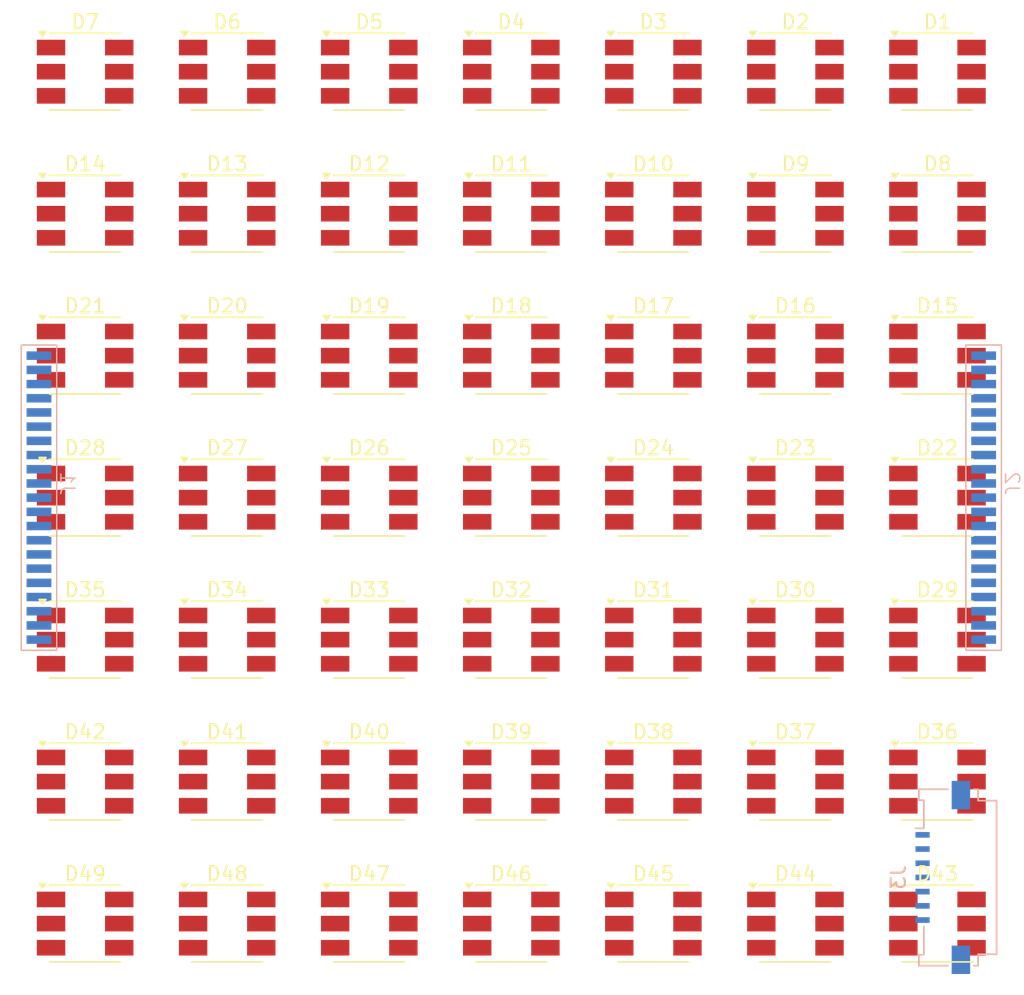
<source format=kicad_pcb>
(kicad_pcb (version 20240108) (generator "pcbnew") (generator_version "8.0")
  (layers (0 "F.Cu" signal) (31 "B.Cu" signal) (34 "B.Paste" user) (35 "F.Paste" user) (36 "B.SilkS" user "B.Silkscreen") (37 "F.SilkS" user "F.Silkscreen") (38 "B.Mask" user) (39 "F.Mask" user) (44 "Edge.Cuts" user))
  (net 0 "")
  (net 1 "Net-(D1-GA)")
  (net 2 "Net-(D1-BA)")
  (net 3 "Net-(D1-BK)")
  (net 4 "Net-(D1-RA)")
  (net 5 "Net-(D13-BK)")
  (net 6 "Net-(D12-BK)")
  (net 7 "Net-(D11-BK)")
  (net 8 "Net-(D10-BK)")
  (net 9 "Net-(D16-BK)")
  (net 10 "Net-(D15-BK)")
  (net 11 "Net-(D10-GA)")
  (net 12 "Net-(D10-BA)")
  (net 13 "Net-(D10-RA)")
  (net 14 "Net-(D15-GA)")
  (net 15 "Net-(D15-RA)")
  (net 16 "Net-(D15-BA)")
  (net 17 "Net-(D22-BA)")
  (net 18 "Net-(D22-GA)")
  (net 19 "Net-(D22-RA)")
  (net 20 "Net-(D29-RA)")
  (net 21 "Net-(D29-BA)")
  (net 22 "Net-(D29-GA)")
  (net 23 "Net-(D36-GA)")
  (net 24 "Net-(D36-BA)")
  (net 25 "Net-(D36-RA)")
  (net 26 "Net-(D43-RA)")
  (net 27 "Net-(D43-BA)")
  (net 28 "Net-(D43-GA)")
  (footprint "LED_SMD:LED_RGB_5050-6" (layer "F.Cu") (at 150 55)
    (property "Reference" "D3" (at 0 -3.5 180) (layer "F.SilkS"))
    (property "Value" "LED_RGB")
    (pad "1" smd rect (at -2.4 -1.7 90) (size 1.1 2) (layers "F.Cu" "F.Paste" "F.Mask") (net 6 "Net-(D12-BK)"))
    (pad "2" smd rect (at -2.4 0 90) (size 1.1 2) (layers "F.Cu" "F.Paste" "F.Mask") (net 6 "Net-(D12-BK)"))
    (pad "3" smd rect (at -2.4 1.7 90) (size 1.1 2) (layers "F.Cu" "F.Paste" "F.Mask") (net 6 "Net-(D12-BK)"))
    (pad "4" smd rect (at 2.4 1.7 90) (size 1.1 2) (layers "F.Cu" "F.Paste" "F.Mask") (net 2 "Net-(D1-BA)"))
    (pad "5" smd rect (at 2.4 0 90) (size 1.1 2) (layers "F.Cu" "F.Paste" "F.Mask") (net 1 "Net-(D1-GA)"))
    (pad "6" smd rect (at 2.4 -1.7 90) (size 1.1 2) (layers "F.Cu" "F.Paste" "F.Mask") (net 4 "Net-(D1-RA)"))
  )
  (footprint "LED_SMD:LED_RGB_5050-6" (layer "F.Cu") (at 120 105)
    (property "Reference" "D41" (at 0 -3.5 180) (layer "F.SilkS"))
    (property "Value" "LED_RGB")
    (pad "1" smd rect (at -2.4 -1.7 90) (size 1.1 2) (layers "F.Cu" "F.Paste" "F.Mask") (net 5 "Net-(D13-BK)"))
    (pad "2" smd rect (at -2.4 0 90) (size 1.1 2) (layers "F.Cu" "F.Paste" "F.Mask") (net 5 "Net-(D13-BK)"))
    (pad "3" smd rect (at -2.4 1.7 90) (size 1.1 2) (layers "F.Cu" "F.Paste" "F.Mask") (net 5 "Net-(D13-BK)"))
    (pad "4" smd rect (at 2.4 1.7 90) (size 1.1 2) (layers "F.Cu" "F.Paste" "F.Mask") (net 24 "Net-(D36-BA)"))
    (pad "5" smd rect (at 2.4 0 90) (size 1.1 2) (layers "F.Cu" "F.Paste" "F.Mask") (net 23 "Net-(D36-GA)"))
    (pad "6" smd rect (at 2.4 -1.7 90) (size 1.1 2) (layers "F.Cu" "F.Paste" "F.Mask") (net 25 "Net-(D36-RA)"))
  )
  (footprint "LED_SMD:LED_RGB_5050-6" (layer "F.Cu") (at 110 105)
    (property "Reference" "D42" (at 0 -3.5 180) (layer "F.SilkS"))
    (property "Value" "LED_RGB")
    (pad "1" smd rect (at -2.4 -1.7 90) (size 1.1 2) (layers "F.Cu" "F.Paste" "F.Mask") (net 3 "Net-(D1-BK)"))
    (pad "2" smd rect (at -2.4 0 90) (size 1.1 2) (layers "F.Cu" "F.Paste" "F.Mask") (net 3 "Net-(D1-BK)"))
    (pad "3" smd rect (at -2.4 1.7 90) (size 1.1 2) (layers "F.Cu" "F.Paste" "F.Mask") (net 3 "Net-(D1-BK)"))
    (pad "4" smd rect (at 2.4 1.7 90) (size 1.1 2) (layers "F.Cu" "F.Paste" "F.Mask") (net 24 "Net-(D36-BA)"))
    (pad "5" smd rect (at 2.4 0 90) (size 1.1 2) (layers "F.Cu" "F.Paste" "F.Mask") (net 23 "Net-(D36-GA)"))
    (pad "6" smd rect (at 2.4 -1.7 90) (size 1.1 2) (layers "F.Cu" "F.Paste" "F.Mask") (net 25 "Net-(D36-RA)"))
  )
  (footprint "LED_SMD:LED_RGB_5050-6" (layer "F.Cu") (at 160 65)
    (property "Reference" "D9" (at 0 -3.5 180) (layer "F.SilkS"))
    (property "Value" "LED_RGB")
    (pad "1" smd rect (at -2.4 -1.7 90) (size 1.1 2) (layers "F.Cu" "F.Paste" "F.Mask") (net 9 "Net-(D16-BK)"))
    (pad "2" smd rect (at -2.4 0 90) (size 1.1 2) (layers "F.Cu" "F.Paste" "F.Mask") (net 9 "Net-(D16-BK)"))
    (pad "3" smd rect (at -2.4 1.7 90) (size 1.1 2) (layers "F.Cu" "F.Paste" "F.Mask") (net 9 "Net-(D16-BK)"))
    (pad "4" smd rect (at 2.4 1.7 90) (size 1.1 2) (layers "F.Cu" "F.Paste" "F.Mask") (net 12 "Net-(D10-BA)"))
    (pad "5" smd rect (at 2.4 0 90) (size 1.1 2) (layers "F.Cu" "F.Paste" "F.Mask") (net 11 "Net-(D10-GA)"))
    (pad "6" smd rect (at 2.4 -1.7 90) (size 1.1 2) (layers "F.Cu" "F.Paste" "F.Mask") (net 13 "Net-(D10-RA)"))
  )
  (footprint "LED_SMD:LED_RGB_5050-6" (layer "F.Cu") (at 160 85)
    (property "Reference" "D23" (at 0 -3.5 180) (layer "F.SilkS"))
    (property "Value" "LED_RGB")
    (pad "1" smd rect (at -2.4 -1.7 90) (size 1.1 2) (layers "F.Cu" "F.Paste" "F.Mask") (net 9 "Net-(D16-BK)"))
    (pad "2" smd rect (at -2.4 0 90) (size 1.1 2) (layers "F.Cu" "F.Paste" "F.Mask") (net 9 "Net-(D16-BK)"))
    (pad "3" smd rect (at -2.4 1.7 90) (size 1.1 2) (layers "F.Cu" "F.Paste" "F.Mask") (net 9 "Net-(D16-BK)"))
    (pad "4" smd rect (at 2.4 1.7 90) (size 1.1 2) (layers "F.Cu" "F.Paste" "F.Mask") (net 17 "Net-(D22-BA)"))
    (pad "5" smd rect (at 2.4 0 90) (size 1.1 2) (layers "F.Cu" "F.Paste" "F.Mask") (net 18 "Net-(D22-GA)"))
    (pad "6" smd rect (at 2.4 -1.7 90) (size 1.1 2) (layers "F.Cu" "F.Paste" "F.Mask") (net 19 "Net-(D22-RA)"))
  )
  (footprint "LED_SMD:LED_RGB_5050-6" (layer "F.Cu") (at 140 105)
    (property "Reference" "D39" (at 0 -3.5 180) (layer "F.SilkS"))
    (property "Value" "LED_RGB")
    (pad "1" smd rect (at -2.4 -1.7 90) (size 1.1 2) (layers "F.Cu" "F.Paste" "F.Mask") (net 7 "Net-(D11-BK)"))
    (pad "2" smd rect (at -2.4 0 90) (size 1.1 2) (layers "F.Cu" "F.Paste" "F.Mask") (net 7 "Net-(D11-BK)"))
    (pad "3" smd rect (at -2.4 1.7 90) (size 1.1 2) (layers "F.Cu" "F.Paste" "F.Mask") (net 7 "Net-(D11-BK)"))
    (pad "4" smd rect (at 2.4 1.7 90) (size 1.1 2) (layers "F.Cu" "F.Paste" "F.Mask") (net 24 "Net-(D36-BA)"))
    (pad "5" smd rect (at 2.4 0 90) (size 1.1 2) (layers "F.Cu" "F.Paste" "F.Mask") (net 23 "Net-(D36-GA)"))
    (pad "6" smd rect (at 2.4 -1.7 90) (size 1.1 2) (layers "F.Cu" "F.Paste" "F.Mask") (net 25 "Net-(D36-RA)"))
  )
  (footprint "LED_SMD:LED_RGB_5050-6" (layer "F.Cu") (at 160 75)
    (property "Reference" "D16" (at 0 -3.5 180) (layer "F.SilkS"))
    (property "Value" "LED_RGB")
    (pad "1" smd rect (at -2.4 -1.7 90) (size 1.1 2) (layers "F.Cu" "F.Paste" "F.Mask") (net 9 "Net-(D16-BK)"))
    (pad "2" smd rect (at -2.4 0 90) (size 1.1 2) (layers "F.Cu" "F.Paste" "F.Mask") (net 9 "Net-(D16-BK)"))
    (pad "3" smd rect (at -2.4 1.7 90) (size 1.1 2) (layers "F.Cu" "F.Paste" "F.Mask") (net 9 "Net-(D16-BK)"))
    (pad "4" smd rect (at 2.4 1.7 90) (size 1.1 2) (layers "F.Cu" "F.Paste" "F.Mask") (net 16 "Net-(D15-BA)"))
    (pad "5" smd rect (at 2.4 0 90) (size 1.1 2) (layers "F.Cu" "F.Paste" "F.Mask") (net 14 "Net-(D15-GA)"))
    (pad "6" smd rect (at 2.4 -1.7 90) (size 1.1 2) (layers "F.Cu" "F.Paste" "F.Mask") (net 15 "Net-(D15-RA)"))
  )
  (footprint "LED_SMD:LED_RGB_5050-6" (layer "F.Cu") (at 170 55)
    (property "Reference" "D1" (at 0 -3.5 180) (layer "F.SilkS"))
    (property "Value" "LED_RGB")
    (pad "1" smd rect (at -2.4 -1.7 90) (size 1.1 2) (layers "F.Cu" "F.Paste" "F.Mask") (net 3 "Net-(D1-BK)"))
    (pad "2" smd rect (at -2.4 0 90) (size 1.1 2) (layers "F.Cu" "F.Paste" "F.Mask") (net 3 "Net-(D1-BK)"))
    (pad "3" smd rect (at -2.4 1.7 90) (size 1.1 2) (layers "F.Cu" "F.Paste" "F.Mask") (net 3 "Net-(D1-BK)"))
    (pad "4" smd rect (at 2.4 1.7 90) (size 1.1 2) (layers "F.Cu" "F.Paste" "F.Mask") (net 2 "Net-(D1-BA)"))
    (pad "5" smd rect (at 2.4 0 90) (size 1.1 2) (layers "F.Cu" "F.Paste" "F.Mask") (net 1 "Net-(D1-GA)"))
    (pad "6" smd rect (at 2.4 -1.7 90) (size 1.1 2) (layers "F.Cu" "F.Paste" "F.Mask") (net 4 "Net-(D1-RA)"))
  )
  (footprint "LED_SMD:LED_RGB_5050-6" (layer "F.Cu") (at 170 85)
    (property "Reference" "D22" (at 0 -3.5 180) (layer "F.SilkS"))
    (property "Value" "LED_RGB")
    (pad "1" smd rect (at -2.4 -1.7 90) (size 1.1 2) (layers "F.Cu" "F.Paste" "F.Mask") (net 10 "Net-(D15-BK)"))
    (pad "2" smd rect (at -2.4 0 90) (size 1.1 2) (layers "F.Cu" "F.Paste" "F.Mask") (net 10 "Net-(D15-BK)"))
    (pad "3" smd rect (at -2.4 1.7 90) (size 1.1 2) (layers "F.Cu" "F.Paste" "F.Mask") (net 10 "Net-(D15-BK)"))
    (pad "4" smd rect (at 2.4 1.7 90) (size 1.1 2) (layers "F.Cu" "F.Paste" "F.Mask") (net 17 "Net-(D22-BA)"))
    (pad "5" smd rect (at 2.4 0 90) (size 1.1 2) (layers "F.Cu" "F.Paste" "F.Mask") (net 18 "Net-(D22-GA)"))
    (pad "6" smd rect (at 2.4 -1.7 90) (size 1.1 2) (layers "F.Cu" "F.Paste" "F.Mask") (net 19 "Net-(D22-RA)"))
  )
  (footprint "LED_SMD:LED_RGB_5050-6" (layer "F.Cu") (at 140 95)
    (property "Reference" "D32" (at 0 -3.5 180) (layer "F.SilkS"))
    (property "Value" "LED_RGB")
    (pad "1" smd rect (at -2.4 -1.7 90) (size 1.1 2) (layers "F.Cu" "F.Paste" "F.Mask") (net 7 "Net-(D11-BK)"))
    (pad "2" smd rect (at -2.4 0 90) (size 1.1 2) (layers "F.Cu" "F.Paste" "F.Mask") (net 7 "Net-(D11-BK)"))
    (pad "3" smd rect (at -2.4 1.7 90) (size 1.1 2) (layers "F.Cu" "F.Paste" "F.Mask") (net 7 "Net-(D11-BK)"))
    (pad "4" smd rect (at 2.4 1.7 90) (size 1.1 2) (layers "F.Cu" "F.Paste" "F.Mask") (net 21 "Net-(D29-BA)"))
    (pad "5" smd rect (at 2.4 0 90) (size 1.1 2) (layers "F.Cu" "F.Paste" "F.Mask") (net 22 "Net-(D29-GA)"))
    (pad "6" smd rect (at 2.4 -1.7 90) (size 1.1 2) (layers "F.Cu" "F.Paste" "F.Mask") (net 20 "Net-(D29-RA)"))
  )
  (footprint "LED_SMD:LED_RGB_5050-6" (layer "F.Cu") (at 110 55)
    (property "Reference" "D7" (at 0 -3.5 180) (layer "F.SilkS"))
    (property "Value" "LED_RGB")
    (pad "1" smd rect (at -2.4 -1.7 90) (size 1.1 2) (layers "F.Cu" "F.Paste" "F.Mask") (net 10 "Net-(D15-BK)"))
    (pad "2" smd rect (at -2.4 0 90) (size 1.1 2) (layers "F.Cu" "F.Paste" "F.Mask") (net 10 "Net-(D15-BK)"))
    (pad "3" smd rect (at -2.4 1.7 90) (size 1.1 2) (layers "F.Cu" "F.Paste" "F.Mask") (net 10 "Net-(D15-BK)"))
    (pad "4" smd rect (at 2.4 1.7 90) (size 1.1 2) (layers "F.Cu" "F.Paste" "F.Mask") (net 2 "Net-(D1-BA)"))
    (pad "5" smd rect (at 2.4 0 90) (size 1.1 2) (layers "F.Cu" "F.Paste" "F.Mask") (net 1 "Net-(D1-GA)"))
    (pad "6" smd rect (at 2.4 -1.7 90) (size 1.1 2) (layers "F.Cu" "F.Paste" "F.Mask") (net 4 "Net-(D1-RA)"))
  )
  (footprint "LED_SMD:LED_RGB_5050-6" (layer "F.Cu") (at 120 65)
    (property "Reference" "D13" (at 0 -3.5 180) (layer "F.SilkS"))
    (property "Value" "LED_RGB")
    (pad "1" smd rect (at -2.4 -1.7 90) (size 1.1 2) (layers "F.Cu" "F.Paste" "F.Mask") (net 5 "Net-(D13-BK)"))
    (pad "2" smd rect (at -2.4 0 90) (size 1.1 2) (layers "F.Cu" "F.Paste" "F.Mask") (net 5 "Net-(D13-BK)"))
    (pad "3" smd rect (at -2.4 1.7 90) (size 1.1 2) (layers "F.Cu" "F.Paste" "F.Mask") (net 5 "Net-(D13-BK)"))
    (pad "4" smd rect (at 2.4 1.7 90) (size 1.1 2) (layers "F.Cu" "F.Paste" "F.Mask") (net 12 "Net-(D10-BA)"))
    (pad "5" smd rect (at 2.4 0 90) (size 1.1 2) (layers "F.Cu" "F.Paste" "F.Mask") (net 11 "Net-(D10-GA)"))
    (pad "6" smd rect (at 2.4 -1.7 90) (size 1.1 2) (layers "F.Cu" "F.Paste" "F.Mask") (net 13 "Net-(D10-RA)"))
  )
  (footprint "LED_SMD:LED_RGB_5050-6" (layer "F.Cu") (at 170 75)
    (property "Reference" "D15" (at 0 -3.5 180) (layer "F.SilkS"))
    (property "Value" "LED_RGB")
    (pad "1" smd rect (at -2.4 -1.7 90) (size 1.1 2) (layers "F.Cu" "F.Paste" "F.Mask") (net 10 "Net-(D15-BK)"))
    (pad "2" smd rect (at -2.4 0 90) (size 1.1 2) (layers "F.Cu" "F.Paste" "F.Mask") (net 10 "Net-(D15-BK)"))
    (pad "3" smd rect (at -2.4 1.7 90) (size 1.1 2) (layers "F.Cu" "F.Paste" "F.Mask") (net 10 "Net-(D15-BK)"))
    (pad "4" smd rect (at 2.4 1.7 90) (size 1.1 2) (layers "F.Cu" "F.Paste" "F.Mask") (net 16 "Net-(D15-BA)"))
    (pad "5" smd rect (at 2.4 0 90) (size 1.1 2) (layers "F.Cu" "F.Paste" "F.Mask") (net 14 "Net-(D15-GA)"))
    (pad "6" smd rect (at 2.4 -1.7 90) (size 1.1 2) (layers "F.Cu" "F.Paste" "F.Mask") (net 15 "Net-(D15-RA)"))
  )
  (footprint "LED_SMD:LED_RGB_5050-6" (layer "F.Cu") (at 140 65)
    (property "Reference" "D11" (at 0 -3.5 180) (layer "F.SilkS"))
    (property "Value" "LED_RGB")
    (pad "1" smd rect (at -2.4 -1.7 90) (size 1.1 2) (layers "F.Cu" "F.Paste" "F.Mask") (net 7 "Net-(D11-BK)"))
    (pad "2" smd rect (at -2.4 0 90) (size 1.1 2) (layers "F.Cu" "F.Paste" "F.Mask") (net 7 "Net-(D11-BK)"))
    (pad "3" smd rect (at -2.4 1.7 90) (size 1.1 2) (layers "F.Cu" "F.Paste" "F.Mask") (net 7 "Net-(D11-BK)"))
    (pad "4" smd rect (at 2.4 1.7 90) (size 1.1 2) (layers "F.Cu" "F.Paste" "F.Mask") (net 12 "Net-(D10-BA)"))
    (pad "5" smd rect (at 2.4 0 90) (size 1.1 2) (layers "F.Cu" "F.Paste" "F.Mask") (net 11 "Net-(D10-GA)"))
    (pad "6" smd rect (at 2.4 -1.7 90) (size 1.1 2) (layers "F.Cu" "F.Paste" "F.Mask") (net 13 "Net-(D10-RA)"))
  )
  (footprint "LED_SMD:LED_RGB_5050-6" (layer "F.Cu") (at 150 115)
    (property "Reference" "D45" (at 0 -3.5 180) (layer "F.SilkS"))
    (property "Value" "LED_RGB")
    (pad "1" smd rect (at -2.4 -1.7 90) (size 1.1 2) (layers "F.Cu" "F.Paste" "F.Mask") (net 8 "Net-(D10-BK)"))
    (pad "2" smd rect (at -2.4 0 90) (size 1.1 2) (layers "F.Cu" "F.Paste" "F.Mask") (net 8 "Net-(D10-BK)"))
    (pad "3" smd rect (at -2.4 1.7 90) (size 1.1 2) (layers "F.Cu" "F.Paste" "F.Mask") (net 8 "Net-(D10-BK)"))
    (pad "4" smd rect (at 2.4 1.7 90) (size 1.1 2) (layers "F.Cu" "F.Paste" "F.Mask") (net 27 "Net-(D43-BA)"))
    (pad "5" smd rect (at 2.4 0 90) (size 1.1 2) (layers "F.Cu" "F.Paste" "F.Mask") (net 28 "Net-(D43-GA)"))
    (pad "6" smd rect (at 2.4 -1.7 90) (size 1.1 2) (layers "F.Cu" "F.Paste" "F.Mask") (net 26 "Net-(D43-RA)"))
  )
  (footprint "LED_SMD:LED_RGB_5050-6" (layer "F.Cu") (at 130 105)
    (property "Reference" "D40" (at 0 -3.5 180) (layer "F.SilkS"))
    (property "Value" "LED_RGB")
    (pad "1" smd rect (at -2.4 -1.7 90) (size 1.1 2) (layers "F.Cu" "F.Paste" "F.Mask") (net 6 "Net-(D12-BK)"))
    (pad "2" smd rect (at -2.4 0 90) (size 1.1 2) (layers "F.Cu" "F.Paste" "F.Mask") (net 6 "Net-(D12-BK)"))
    (pad "3" smd rect (at -2.4 1.7 90) (size 1.1 2) (layers "F.Cu" "F.Paste" "F.Mask") (net 6 "Net-(D12-BK)"))
    (pad "4" smd rect (at 2.4 1.7 90) (size 1.1 2) (layers "F.Cu" "F.Paste" "F.Mask") (net 24 "Net-(D36-BA)"))
    (pad "5" smd rect (at 2.4 0 90) (size 1.1 2) (layers "F.Cu" "F.Paste" "F.Mask") (net 23 "Net-(D36-GA)"))
    (pad "6" smd rect (at 2.4 -1.7 90) (size 1.1 2) (layers "F.Cu" "F.Paste" "F.Mask") (net 25 "Net-(D36-RA)"))
  )
  (footprint "LED_SMD:LED_RGB_5050-6" (layer "F.Cu") (at 160 55)
    (property "Reference" "D2" (at 0 -3.5 180) (layer "F.SilkS"))
    (property "Value" "LED_RGB")
    (pad "1" smd rect (at -2.4 -1.7 90) (size 1.1 2) (layers "F.Cu" "F.Paste" "F.Mask") (net 5 "Net-(D13-BK)"))
    (pad "2" smd rect (at -2.4 0 90) (size 1.1 2) (layers "F.Cu" "F.Paste" "F.Mask") (net 5 "Net-(D13-BK)"))
    (pad "3" smd rect (at -2.4 1.7 90) (size 1.1 2) (layers "F.Cu" "F.Paste" "F.Mask") (net 5 "Net-(D13-BK)"))
    (pad "4" smd rect (at 2.4 1.7 90) (size 1.1 2) (layers "F.Cu" "F.Paste" "F.Mask") (net 2 "Net-(D1-BA)"))
    (pad "5" smd rect (at 2.4 0 90) (size 1.1 2) (layers "F.Cu" "F.Paste" "F.Mask") (net 1 "Net-(D1-GA)"))
    (pad "6" smd rect (at 2.4 -1.7 90) (size 1.1 2) (layers "F.Cu" "F.Paste" "F.Mask") (net 4 "Net-(D1-RA)"))
  )
  (footprint "LED_SMD:LED_RGB_5050-6" (layer "F.Cu") (at 140 115)
    (property "Reference" "D46" (at 0 -3.5 180) (layer "F.SilkS"))
    (property "Value" "LED_RGB")
    (pad "1" smd rect (at -2.4 -1.7 90) (size 1.1 2) (layers "F.Cu" "F.Paste" "F.Mask") (net 7 "Net-(D11-BK)"))
    (pad "2" smd rect (at -2.4 0 90) (size 1.1 2) (layers "F.Cu" "F.Paste" "F.Mask") (net 7 "Net-(D11-BK)"))
    (pad "3" smd rect (at -2.4 1.7 90) (size 1.1 2) (layers "F.Cu" "F.Paste" "F.Mask") (net 7 "Net-(D11-BK)"))
    (pad "4" smd rect (at 2.4 1.7 90) (size 1.1 2) (layers "F.Cu" "F.Paste" "F.Mask") (net 27 "Net-(D43-BA)"))
    (pad "5" smd rect (at 2.4 0 90) (size 1.1 2) (layers "F.Cu" "F.Paste" "F.Mask") (net 28 "Net-(D43-GA)"))
    (pad "6" smd rect (at 2.4 -1.7 90) (size 1.1 2) (layers "F.Cu" "F.Paste" "F.Mask") (net 26 "Net-(D43-RA)"))
  )
  (footprint "LED_SMD:LED_RGB_5050-6" (layer "F.Cu") (at 120 85)
    (property "Reference" "D27" (at 0 -3.5 180) (layer "F.SilkS"))
    (property "Value" "LED_RGB")
    (pad "1" smd rect (at -2.4 -1.7 90) (size 1.1 2) (layers "F.Cu" "F.Paste" "F.Mask") (net 5 "Net-(D13-BK)"))
    (pad "2" smd rect (at -2.4 0 90) (size 1.1 2) (layers "F.Cu" "F.Paste" "F.Mask") (net 5 "Net-(D13-BK)"))
    (pad "3" smd rect (at -2.4 1.7 90) (size 1.1 2) (layers "F.Cu" "F.Paste" "F.Mask") (net 5 "Net-(D13-BK)"))
    (pad "4" smd rect (at 2.4 1.7 90) (size 1.1 2) (layers "F.Cu" "F.Paste" "F.Mask") (net 17 "Net-(D22-BA)"))
    (pad "5" smd rect (at 2.4 0 90) (size 1.1 2) (layers "F.Cu" "F.Paste" "F.Mask") (net 18 "Net-(D22-GA)"))
    (pad "6" smd rect (at 2.4 -1.7 90) (size 1.1 2) (layers "F.Cu" "F.Paste" "F.Mask") (net 19 "Net-(D22-RA)"))
  )
  (footprint "LED_SMD:LED_RGB_5050-6" (layer "F.Cu") (at 150 85)
    (property "Reference" "D24" (at 0 -3.5 180) (layer "F.SilkS"))
    (property "Value" "LED_RGB")
    (pad "1" smd rect (at -2.4 -1.7 90) (size 1.1 2) (layers "F.Cu" "F.Paste" "F.Mask") (net 8 "Net-(D10-BK)"))
    (pad "2" smd rect (at -2.4 0 90) (size 1.1 2) (layers "F.Cu" "F.Paste" "F.Mask") (net 8 "Net-(D10-BK)"))
    (pad "3" smd rect (at -2.4 1.7 90) (size 1.1 2) (layers "F.Cu" "F.Paste" "F.Mask") (net 8 "Net-(D10-BK)"))
    (pad "4" smd rect (at 2.4 1.7 90) (size 1.1 2) (layers "F.Cu" "F.Paste" "F.Mask") (net 17 "Net-(D22-BA)"))
    (pad "5" smd rect (at 2.4 0 90) (size 1.1 2) (layers "F.Cu" "F.Paste" "F.Mask") (net 18 "Net-(D22-GA)"))
    (pad "6" smd rect (at 2.4 -1.7 90) (size 1.1 2) (layers "F.Cu" "F.Paste" "F.Mask") (net 19 "Net-(D22-RA)"))
  )
  (footprint "LED_SMD:LED_RGB_5050-6" (layer "F.Cu") (at 110 115)
    (property "Reference" "D49" (at 0 -3.5 180) (layer "F.SilkS"))
    (property "Value" "LED_RGB")
    (pad "1" smd rect (at -2.4 -1.7 90) (size 1.1 2) (layers "F.Cu" "F.Paste" "F.Mask") (net 3 "Net-(D1-BK)"))
    (pad "2" smd rect (at -2.4 0 90) (size 1.1 2) (layers "F.Cu" "F.Paste" "F.Mask") (net 3 "Net-(D1-BK)"))
    (pad "3" smd rect (at -2.4 1.7 90) (size 1.1 2) (layers "F.Cu" "F.Paste" "F.Mask") (net 3 "Net-(D1-BK)"))
    (pad "4" smd rect (at 2.4 1.7 90) (size 1.1 2) (layers "F.Cu" "F.Paste" "F.Mask") (net 27 "Net-(D43-BA)"))
    (pad "5" smd rect (at 2.4 0 90) (size 1.1 2) (layers "F.Cu" "F.Paste" "F.Mask") (net 28 "Net-(D43-GA)"))
    (pad "6" smd rect (at 2.4 -1.7 90) (size 1.1 2) (layers "F.Cu" "F.Paste" "F.Mask") (net 26 "Net-(D43-RA)"))
  )
  (footprint "LED_SMD:LED_RGB_5050-6" (layer "F.Cu") (at 130 95)
    (property "Reference" "D33" (at 0 -3.5 180) (layer "F.SilkS"))
    (property "Value" "LED_RGB")
    (pad "1" smd rect (at -2.4 -1.7 90) (size 1.1 2) (layers "F.Cu" "F.Paste" "F.Mask") (net 6 "Net-(D12-BK)"))
    (pad "2" smd rect (at -2.4 0 90) (size 1.1 2) (layers "F.Cu" "F.Paste" "F.Mask") (net 6 "Net-(D12-BK)"))
    (pad "3" smd rect (at -2.4 1.7 90) (size 1.1 2) (layers "F.Cu" "F.Paste" "F.Mask") (net 6 "Net-(D12-BK)"))
    (pad "4" smd rect (at 2.4 1.7 90) (size 1.1 2) (layers "F.Cu" "F.Paste" "F.Mask") (net 21 "Net-(D29-BA)"))
    (pad "5" smd rect (at 2.4 0 90) (size 1.1 2) (layers "F.Cu" "F.Paste" "F.Mask") (net 22 "Net-(D29-GA)"))
    (pad "6" smd rect (at 2.4 -1.7 90) (size 1.1 2) (layers "F.Cu" "F.Paste" "F.Mask") (net 20 "Net-(D29-RA)"))
  )
  (footprint "LED_SMD:LED_RGB_5050-6" (layer "F.Cu") (at 110 95)
    (property "Reference" "D35" (at 0 -3.5 180) (layer "F.SilkS"))
    (property "Value" "LED_RGB")
    (pad "1" smd rect (at -2.4 -1.7 90) (size 1.1 2) (layers "F.Cu" "F.Paste" "F.Mask") (net 3 "Net-(D1-BK)"))
    (pad "2" smd rect (at -2.4 0 90) (size 1.1 2) (layers "F.Cu" "F.Paste" "F.Mask") (net 3 "Net-(D1-BK)"))
    (pad "3" smd rect (at -2.4 1.7 90) (size 1.1 2) (layers "F.Cu" "F.Paste" "F.Mask") (net 3 "Net-(D1-BK)"))
    (pad "4" smd rect (at 2.4 1.7 90) (size 1.1 2) (layers "F.Cu" "F.Paste" "F.Mask") (net 21 "Net-(D29-BA)"))
    (pad "5" smd rect (at 2.4 0 90) (size 1.1 2) (layers "F.Cu" "F.Paste" "F.Mask") (net 22 "Net-(D29-GA)"))
    (pad "6" smd rect (at 2.4 -1.7 90) (size 1.1 2) (layers "F.Cu" "F.Paste" "F.Mask") (net 20 "Net-(D29-RA)"))
  )
  (footprint "LED_SMD:LED_RGB_5050-6" (layer "F.Cu") (at 140 75)
    (property "Reference" "D18" (at 0 -3.5 180) (layer "F.SilkS"))
    (property "Value" "LED_RGB")
    (pad "1" smd rect (at -2.4 -1.7 90) (size 1.1 2) (layers "F.Cu" "F.Paste" "F.Mask") (net 7 "Net-(D11-BK)"))
    (pad "2" smd rect (at -2.4 0 90) (size 1.1 2) (layers "F.Cu" "F.Paste" "F.Mask") (net 7 "Net-(D11-BK)"))
    (pad "3" smd rect (at -2.4 1.7 90) (size 1.1 2) (layers "F.Cu" "F.Paste" "F.Mask") (net 7 "Net-(D11-BK)"))
    (pad "4" smd rect (at 2.4 1.7 90) (size 1.1 2) (layers "F.Cu" "F.Paste" "F.Mask") (net 16 "Net-(D15-BA)"))
    (pad "5" smd rect (at 2.4 0 90) (size 1.1 2) (layers "F.Cu" "F.Paste" "F.Mask") (net 14 "Net-(D15-GA)"))
    (pad "6" smd rect (at 2.4 -1.7 90) (size 1.1 2) (layers "F.Cu" "F.Paste" "F.Mask") (net 15 "Net-(D15-RA)"))
  )
  (footprint "LED_SMD:LED_RGB_5050-6" (layer "F.Cu") (at 160 115)
    (property "Reference" "D44" (at 0 -3.5 180) (layer "F.SilkS"))
    (property "Value" "LED_RGB")
    (pad "1" smd rect (at -2.4 -1.7 90) (size 1.1 2) (layers "F.Cu" "F.Paste" "F.Mask") (net 9 "Net-(D16-BK)"))
    (pad "2" smd rect (at -2.4 0 90) (size 1.1 2) (layers "F.Cu" "F.Paste" "F.Mask") (net 9 "Net-(D16-BK)"))
    (pad "3" smd rect (at -2.4 1.7 90) (size 1.1 2) (layers "F.Cu" "F.Paste" "F.Mask") (net 9 "Net-(D16-BK)"))
    (pad "4" smd rect (at 2.4 1.7 90) (size 1.1 2) (layers "F.Cu" "F.Paste" "F.Mask") (net 27 "Net-(D43-BA)"))
    (pad "5" smd rect (at 2.4 0 90) (size 1.1 2) (layers "F.Cu" "F.Paste" "F.Mask") (net 28 "Net-(D43-GA)"))
    (pad "6" smd rect (at 2.4 -1.7 90) (size 1.1 2) (layers "F.Cu" "F.Paste" "F.Mask") (net 26 "Net-(D43-RA)"))
  )
  (footprint "LED_SMD:LED_RGB_5050-6" (layer "F.Cu") (at 150 65)
    (property "Reference" "D10" (at 0 -3.5 180) (layer "F.SilkS"))
    (property "Value" "LED_RGB")
    (pad "1" smd rect (at -2.4 -1.7 90) (size 1.1 2) (layers "F.Cu" "F.Paste" "F.Mask") (net 8 "Net-(D10-BK)"))
    (pad "2" smd rect (at -2.4 0 90) (size 1.1 2) (layers "F.Cu" "F.Paste" "F.Mask") (net 8 "Net-(D10-BK)"))
    (pad "3" smd rect (at -2.4 1.7 90) (size 1.1 2) (layers "F.Cu" "F.Paste" "F.Mask") (net 8 "Net-(D10-BK)"))
    (pad "4" smd rect (at 2.4 1.7 90) (size 1.1 2) (layers "F.Cu" "F.Paste" "F.Mask") (net 12 "Net-(D10-BA)"))
    (pad "5" smd rect (at 2.4 0 90) (size 1.1 2) (layers "F.Cu" "F.Paste" "F.Mask") (net 11 "Net-(D10-GA)"))
    (pad "6" smd rect (at 2.4 -1.7 90) (size 1.1 2) (layers "F.Cu" "F.Paste" "F.Mask") (net 13 "Net-(D10-RA)"))
  )
  (footprint "LED_SMD:LED_RGB_5050-6" (layer "F.Cu") (at 120 75)
    (property "Reference" "D20" (at 0 -3.5 180) (layer "F.SilkS"))
    (property "Value" "LED_RGB")
    (pad "1" smd rect (at -2.4 -1.7 90) (size 1.1 2) (layers "F.Cu" "F.Paste" "F.Mask") (net 5 "Net-(D13-BK)"))
    (pad "2" smd rect (at -2.4 0 90) (size 1.1 2) (layers "F.Cu" "F.Paste" "F.Mask") (net 5 "Net-(D13-BK)"))
    (pad "3" smd rect (at -2.4 1.7 90) (size 1.1 2) (layers "F.Cu" "F.Paste" "F.Mask") (net 5 "Net-(D13-BK)"))
    (pad "4" smd rect (at 2.4 1.7 90) (size 1.1 2) (layers "F.Cu" "F.Paste" "F.Mask") (net 16 "Net-(D15-BA)"))
    (pad "5" smd rect (at 2.4 0 90) (size 1.1 2) (layers "F.Cu" "F.Paste" "F.Mask") (net 14 "Net-(D15-GA)"))
    (pad "6" smd rect (at 2.4 -1.7 90) (size 1.1 2) (layers "F.Cu" "F.Paste" "F.Mask") (net 15 "Net-(D15-RA)"))
  )
  (footprint "LED_SMD:LED_RGB_5050-6" (layer "F.Cu") (at 150 95)
    (property "Reference" "D31" (at 0 -3.5 180) (layer "F.SilkS"))
    (property "Value" "LED_RGB")
    (pad "1" smd rect (at -2.4 -1.7 90) (size 1.1 2) (layers "F.Cu" "F.Paste" "F.Mask") (net 8 "Net-(D10-BK)"))
    (pad "2" smd rect (at -2.4 0 90) (size 1.1 2) (layers "F.Cu" "F.Paste" "F.Mask") (net 8 "Net-(D10-BK)"))
    (pad "3" smd rect (at -2.4 1.7 90) (size 1.1 2) (layers "F.Cu" "F.Paste" "F.Mask") (net 8 "Net-(D10-BK)"))
    (pad "4" smd rect (at 2.4 1.7 90) (size 1.1 2) (layers "F.Cu" "F.Paste" "F.Mask") (net 21 "Net-(D29-BA)"))
    (pad "5" smd rect (at 2.4 0 90) (size 1.1 2) (layers "F.Cu" "F.Paste" "F.Mask") (net 22 "Net-(D29-GA)"))
    (pad "6" smd rect (at 2.4 -1.7 90) (size 1.1 2) (layers "F.Cu" "F.Paste" "F.Mask") (net 20 "Net-(D29-RA)"))
  )
  (footprint "LED_SMD:LED_RGB_5050-6" (layer "F.Cu") (at 130 85)
    (property "Reference" "D26" (at 0 -3.5 180) (layer "F.SilkS"))
    (property "Value" "LED_RGB")
    (pad "1" smd rect (at -2.4 -1.7 90) (size 1.1 2) (layers "F.Cu" "F.Paste" "F.Mask") (net 6 "Net-(D12-BK)"))
    (pad "2" smd rect (at -2.4 0 90) (size 1.1 2) (layers "F.Cu" "F.Paste" "F.Mask") (net 6 "Net-(D12-BK)"))
    (pad "3" smd rect (at -2.4 1.7 90) (size 1.1 2) (layers "F.Cu" "F.Paste" "F.Mask") (net 6 "Net-(D12-BK)"))
    (pad "4" smd rect (at 2.4 1.7 90) (size 1.1 2) (layers "F.Cu" "F.Paste" "F.Mask") (net 17 "Net-(D22-BA)"))
    (pad "5" smd rect (at 2.4 0 90) (size 1.1 2) (layers "F.Cu" "F.Paste" "F.Mask") (net 18 "Net-(D22-GA)"))
    (pad "6" smd rect (at 2.4 -1.7 90) (size 1.1 2) (layers "F.Cu" "F.Paste" "F.Mask") (net 19 "Net-(D22-RA)"))
  )
  (footprint "LED_SMD:LED_RGB_5050-6" (layer "F.Cu") (at 160 95)
    (property "Reference" "D30" (at 0 -3.5 180) (layer "F.SilkS"))
    (property "Value" "LED_RGB")
    (pad "1" smd rect (at -2.4 -1.7 90) (size 1.1 2) (layers "F.Cu" "F.Paste" "F.Mask") (net 9 "Net-(D16-BK)"))
    (pad "2" smd rect (at -2.4 0 90) (size 1.1 2) (layers "F.Cu" "F.Paste" "F.Mask") (net 9 "Net-(D16-BK)"))
    (pad "3" smd rect (at -2.4 1.7 90) (size 1.1 2) (layers "F.Cu" "F.Paste" "F.Mask") (net 9 "Net-(D16-BK)"))
    (pad "4" smd rect (at 2.4 1.7 90) (size 1.1 2) (layers "F.Cu" "F.Paste" "F.Mask") (net 21 "Net-(D29-BA)"))
    (pad "5" smd rect (at 2.4 0 90) (size 1.1 2) (layers "F.Cu" "F.Paste" "F.Mask") (net 22 "Net-(D29-GA)"))
    (pad "6" smd rect (at 2.4 -1.7 90) (size 1.1 2) (layers "F.Cu" "F.Paste" "F.Mask") (net 20 "Net-(D29-RA)"))
  )
  (footprint "LED_SMD:LED_RGB_5050-6" (layer "F.Cu") (at 130 55)
    (property "Reference" "D5" (at 0 -3.5 180) (layer "F.SilkS"))
    (property "Value" "LED_RGB")
    (pad "1" smd rect (at -2.4 -1.7 90) (size 1.1 2) (layers "F.Cu" "F.Paste" "F.Mask") (net 8 "Net-(D10-BK)"))
    (pad "2" smd rect (at -2.4 0 90) (size 1.1 2) (layers "F.Cu" "F.Paste" "F.Mask") (net 8 "Net-(D10-BK)"))
    (pad "3" smd rect (at -2.4 1.7 90) (size 1.1 2) (layers "F.Cu" "F.Paste" "F.Mask") (net 8 "Net-(D10-BK)"))
    (pad "4" smd rect (at 2.4 1.7 90) (size 1.1 2) (layers "F.Cu" "F.Paste" "F.Mask") (net 2 "Net-(D1-BA)"))
    (pad "5" smd rect (at 2.4 0 90) (size 1.1 2) (layers "F.Cu" "F.Paste" "F.Mask") (net 1 "Net-(D1-GA)"))
    (pad "6" smd rect (at 2.4 -1.7 90) (size 1.1 2) (layers "F.Cu" "F.Paste" "F.Mask") (net 4 "Net-(D1-RA)"))
  )
  (footprint "LED_SMD:LED_RGB_5050-6" (layer "F.Cu") (at 120 115)
    (property "Reference" "D48" (at 0 -3.5 180) (layer "F.SilkS"))
    (property "Value" "LED_RGB")
    (pad "1" smd rect (at -2.4 -1.7 90) (size 1.1 2) (layers "F.Cu" "F.Paste" "F.Mask") (net 5 "Net-(D13-BK)"))
    (pad "2" smd rect (at -2.4 0 90) (size 1.1 2) (layers "F.Cu" "F.Paste" "F.Mask") (net 5 "Net-(D13-BK)"))
    (pad "3" smd rect (at -2.4 1.7 90) (size 1.1 2) (layers "F.Cu" "F.Paste" "F.Mask") (net 5 "Net-(D13-BK)"))
    (pad "4" smd rect (at 2.4 1.7 90) (size 1.1 2) (layers "F.Cu" "F.Paste" "F.Mask") (net 27 "Net-(D43-BA)"))
    (pad "5" smd rect (at 2.4 0 90) (size 1.1 2) (layers "F.Cu" "F.Paste" "F.Mask") (net 28 "Net-(D43-GA)"))
    (pad "6" smd rect (at 2.4 -1.7 90) (size 1.1 2) (layers "F.Cu" "F.Paste" "F.Mask") (net 26 "Net-(D43-RA)"))
  )
  (footprint "LED_SMD:LED_RGB_5050-6" (layer "F.Cu") (at 130 75)
    (property "Reference" "D19" (at 0 -3.5 180) (layer "F.SilkS"))
    (property "Value" "LED_RGB")
    (pad "1" smd rect (at -2.4 -1.7 90) (size 1.1 2) (layers "F.Cu" "F.Paste" "F.Mask") (net 6 "Net-(D12-BK)"))
    (pad "2" smd rect (at -2.4 0 90) (size 1.1 2) (layers "F.Cu" "F.Paste" "F.Mask") (net 6 "Net-(D12-BK)"))
    (pad "3" smd rect (at -2.4 1.7 90) (size 1.1 2) (layers "F.Cu" "F.Paste" "F.Mask") (net 6 "Net-(D12-BK)"))
    (pad "4" smd rect (at 2.4 1.7 90) (size 1.1 2) (layers "F.Cu" "F.Paste" "F.Mask") (net 16 "Net-(D15-BA)"))
    (pad "5" smd rect (at 2.4 0 90) (size 1.1 2) (layers "F.Cu" "F.Paste" "F.Mask") (net 14 "Net-(D15-GA)"))
    (pad "6" smd rect (at 2.4 -1.7 90) (size 1.1 2) (layers "F.Cu" "F.Paste" "F.Mask") (net 15 "Net-(D15-RA)"))
  )
  (footprint "LED_SMD:LED_RGB_5050-6" (layer "F.Cu") (at 170 105)
    (property "Reference" "D36" (at 0 -3.5 180) (layer "F.SilkS"))
    (property "Value" "LED_RGB")
    (pad "1" smd rect (at -2.4 -1.7 90) (size 1.1 2) (layers "F.Cu" "F.Paste" "F.Mask") (net 10 "Net-(D15-BK)"))
    (pad "2" smd rect (at -2.4 0 90) (size 1.1 2) (layers "F.Cu" "F.Paste" "F.Mask") (net 10 "Net-(D15-BK)"))
    (pad "3" smd rect (at -2.4 1.7 90) (size 1.1 2) (layers "F.Cu" "F.Paste" "F.Mask") (net 10 "Net-(D15-BK)"))
    (pad "4" smd rect (at 2.4 1.7 90) (size 1.1 2) (layers "F.Cu" "F.Paste" "F.Mask") (net 24 "Net-(D36-BA)"))
    (pad "5" smd rect (at 2.4 0 90) (size 1.1 2) (layers "F.Cu" "F.Paste" "F.Mask") (net 23 "Net-(D36-GA)"))
    (pad "6" smd rect (at 2.4 -1.7 90) (size 1.1 2) (layers "F.Cu" "F.Paste" "F.Mask") (net 25 "Net-(D36-RA)"))
  )
  (footprint "LED_SMD:LED_RGB_5050-6" (layer "F.Cu") (at 120 95)
    (property "Reference" "D34" (at 0 -3.5 180) (layer "F.SilkS"))
    (property "Value" "LED_RGB")
    (pad "1" smd rect (at -2.4 -1.7 90) (size 1.1 2) (layers "F.Cu" "F.Paste" "F.Mask") (net 5 "Net-(D13-BK)"))
    (pad "2" smd rect (at -2.4 0 90) (size 1.1 2) (layers "F.Cu" "F.Paste" "F.Mask") (net 5 "Net-(D13-BK)"))
    (pad "3" smd rect (at -2.4 1.7 90) (size 1.1 2) (layers "F.Cu" "F.Paste" "F.Mask") (net 5 "Net-(D13-BK)"))
    (pad "4" smd rect (at 2.4 1.7 90) (size 1.1 2) (layers "F.Cu" "F.Paste" "F.Mask") (net 21 "Net-(D29-BA)"))
    (pad "5" smd rect (at 2.4 0 90) (size 1.1 2) (layers "F.Cu" "F.Paste" "F.Mask") (net 22 "Net-(D29-GA)"))
    (pad "6" smd rect (at 2.4 -1.7 90) (size 1.1 2) (layers "F.Cu" "F.Paste" "F.Mask") (net 20 "Net-(D29-RA)"))
  )
  (footprint "LED_SMD:LED_RGB_5050-6" (layer "F.Cu") (at 140 85)
    (property "Reference" "D25" (at 0 -3.5 180) (layer "F.SilkS"))
    (property "Value" "LED_RGB")
    (pad "1" smd rect (at -2.4 -1.7 90) (size 1.1 2) (layers "F.Cu" "F.Paste" "F.Mask") (net 7 "Net-(D11-BK)"))
    (pad "2" smd rect (at -2.4 0 90) (size 1.1 2) (layers "F.Cu" "F.Paste" "F.Mask") (net 7 "Net-(D11-BK)"))
    (pad "3" smd rect (at -2.4 1.7 90) (size 1.1 2) (layers "F.Cu" "F.Paste" "F.Mask") (net 7 "Net-(D11-BK)"))
    (pad "4" smd rect (at 2.4 1.7 90) (size 1.1 2) (layers "F.Cu" "F.Paste" "F.Mask") (net 17 "Net-(D22-BA)"))
    (pad "5" smd rect (at 2.4 0 90) (size 1.1 2) (layers "F.Cu" "F.Paste" "F.Mask") (net 18 "Net-(D22-GA)"))
    (pad "6" smd rect (at 2.4 -1.7 90) (size 1.1 2) (layers "F.Cu" "F.Paste" "F.Mask") (net 19 "Net-(D22-RA)"))
  )
  (footprint "LED_SMD:LED_RGB_5050-6" (layer "F.Cu") (at 120 55)
    (property "Reference" "D6" (at 0 -3.5 180) (layer "F.SilkS"))
    (property "Value" "LED_RGB")
    (pad "1" smd rect (at -2.4 -1.7 90) (size 1.1 2) (layers "F.Cu" "F.Paste" "F.Mask") (net 9 "Net-(D16-BK)"))
    (pad "2" smd rect (at -2.4 0 90) (size 1.1 2) (layers "F.Cu" "F.Paste" "F.Mask") (net 9 "Net-(D16-BK)"))
    (pad "3" smd rect (at -2.4 1.7 90) (size 1.1 2) (layers "F.Cu" "F.Paste" "F.Mask") (net 9 "Net-(D16-BK)"))
    (pad "4" smd rect (at 2.4 1.7 90) (size 1.1 2) (layers "F.Cu" "F.Paste" "F.Mask") (net 2 "Net-(D1-BA)"))
    (pad "5" smd rect (at 2.4 0 90) (size 1.1 2) (layers "F.Cu" "F.Paste" "F.Mask") (net 1 "Net-(D1-GA)"))
    (pad "6" smd rect (at 2.4 -1.7 90) (size 1.1 2) (layers "F.Cu" "F.Paste" "F.Mask") (net 4 "Net-(D1-RA)"))
  )
  (footprint "LED_SMD:LED_RGB_5050-6" (layer "F.Cu") (at 110 85)
    (property "Reference" "D28" (at 0 -3.5 180) (layer "F.SilkS"))
    (property "Value" "LED_RGB")
    (pad "1" smd rect (at -2.4 -1.7 90) (size 1.1 2) (layers "F.Cu" "F.Paste" "F.Mask") (net 3 "Net-(D1-BK)"))
    (pad "2" smd rect (at -2.4 0 90) (size 1.1 2) (layers "F.Cu" "F.Paste" "F.Mask") (net 3 "Net-(D1-BK)"))
    (pad "3" smd rect (at -2.4 1.7 90) (size 1.1 2) (layers "F.Cu" "F.Paste" "F.Mask") (net 3 "Net-(D1-BK)"))
    (pad "4" smd rect (at 2.4 1.7 90) (size 1.1 2) (layers "F.Cu" "F.Paste" "F.Mask") (net 17 "Net-(D22-BA)"))
    (pad "5" smd rect (at 2.4 0 90) (size 1.1 2) (layers "F.Cu" "F.Paste" "F.Mask") (net 18 "Net-(D22-GA)"))
    (pad "6" smd rect (at 2.4 -1.7 90) (size 1.1 2) (layers "F.Cu" "F.Paste" "F.Mask") (net 19 "Net-(D22-RA)"))
  )
  (footprint "LED_SMD:LED_RGB_5050-6" (layer "F.Cu") (at 160 105)
    (property "Reference" "D37" (at 0 -3.5 180) (layer "F.SilkS"))
    (property "Value" "LED_RGB")
    (pad "1" smd rect (at -2.4 -1.7 90) (size 1.1 2) (layers "F.Cu" "F.Paste" "F.Mask") (net 9 "Net-(D16-BK)"))
    (pad "2" smd rect (at -2.4 0 90) (size 1.1 2) (layers "F.Cu" "F.Paste" "F.Mask") (net 9 "Net-(D16-BK)"))
    (pad "3" smd rect (at -2.4 1.7 90) (size 1.1 2) (layers "F.Cu" "F.Paste" "F.Mask") (net 9 "Net-(D16-BK)"))
    (pad "4" smd rect (at 2.4 1.7 90) (size 1.1 2) (layers "F.Cu" "F.Paste" "F.Mask") (net 24 "Net-(D36-BA)"))
    (pad "5" smd rect (at 2.4 0 90) (size 1.1 2) (layers "F.Cu" "F.Paste" "F.Mask") (net 23 "Net-(D36-GA)"))
    (pad "6" smd rect (at 2.4 -1.7 90) (size 1.1 2) (layers "F.Cu" "F.Paste" "F.Mask") (net 25 "Net-(D36-RA)"))
  )
  (footprint "LED_SMD:LED_RGB_5050-6" (layer "F.Cu") (at 170 115)
    (property "Reference" "D43" (at 0 -3.5 180) (layer "F.SilkS"))
    (property "Value" "LED_RGB")
    (pad "1" smd rect (at -2.4 -1.7 90) (size 1.1 2) (layers "F.Cu" "F.Paste" "F.Mask") (net 10 "Net-(D15-BK)"))
    (pad "2" smd rect (at -2.4 0 90) (size 1.1 2) (layers "F.Cu" "F.Paste" "F.Mask") (net 10 "Net-(D15-BK)"))
    (pad "3" smd rect (at -2.4 1.7 90) (size 1.1 2) (layers "F.Cu" "F.Paste" "F.Mask") (net 10 "Net-(D15-BK)"))
    (pad "4" smd rect (at 2.4 1.7 90) (size 1.1 2) (layers "F.Cu" "F.Paste" "F.Mask") (net 27 "Net-(D43-BA)"))
    (pad "5" smd rect (at 2.4 0 90) (size 1.1 2) (layers "F.Cu" "F.Paste" "F.Mask") (net 28 "Net-(D43-GA)"))
    (pad "6" smd rect (at 2.4 -1.7 90) (size 1.1 2) (layers "F.Cu" "F.Paste" "F.Mask") (net 26 "Net-(D43-RA)"))
  )
  (footprint "LED_SMD:LED_RGB_5050-6" (layer "F.Cu") (at 110 65)
    (property "Reference" "D14" (at 0 -3.5 180) (layer "F.SilkS"))
    (property "Value" "LED_RGB")
    (pad "1" smd rect (at -2.4 -1.7 90) (size 1.1 2) (layers "F.Cu" "F.Paste" "F.Mask") (net 3 "Net-(D1-BK)"))
    (pad "2" smd rect (at -2.4 0 90) (size 1.1 2) (layers "F.Cu" "F.Paste" "F.Mask") (net 3 "Net-(D1-BK)"))
    (pad "3" smd rect (at -2.4 1.7 90) (size 1.1 2) (layers "F.Cu" "F.Paste" "F.Mask") (net 3 "Net-(D1-BK)"))
    (pad "4" smd rect (at 2.4 1.7 90) (size 1.1 2) (layers "F.Cu" "F.Paste" "F.Mask") (net 12 "Net-(D10-BA)"))
    (pad "5" smd rect (at 2.4 0 90) (size 1.1 2) (layers "F.Cu" "F.Paste" "F.Mask") (net 11 "Net-(D10-GA)"))
    (pad "6" smd rect (at 2.4 -1.7 90) (size 1.1 2) (layers "F.Cu" "F.Paste" "F.Mask") (net 13 "Net-(D10-RA)"))
  )
  (footprint "LED_SMD:LED_RGB_5050-6" (layer "F.Cu") (at 170 65)
    (property "Reference" "D8" (at 0 -3.5 180) (layer "F.SilkS"))
    (property "Value" "LED_RGB")
    (pad "1" smd rect (at -2.4 -1.7 90) (size 1.1 2) (layers "F.Cu" "F.Paste" "F.Mask") (net 10 "Net-(D15-BK)"))
    (pad "2" smd rect (at -2.4 0 90) (size 1.1 2) (layers "F.Cu" "F.Paste" "F.Mask") (net 10 "Net-(D15-BK)"))
    (pad "3" smd rect (at -2.4 1.7 90) (size 1.1 2) (layers "F.Cu" "F.Paste" "F.Mask") (net 10 "Net-(D15-BK)"))
    (pad "4" smd rect (at 2.4 1.7 90) (size 1.1 2) (layers "F.Cu" "F.Paste" "F.Mask") (net 12 "Net-(D10-BA)"))
    (pad "5" smd rect (at 2.4 0 90) (size 1.1 2) (layers "F.Cu" "F.Paste" "F.Mask") (net 11 "Net-(D10-GA)"))
    (pad "6" smd rect (at 2.4 -1.7 90) (size 1.1 2) (layers "F.Cu" "F.Paste" "F.Mask") (net 13 "Net-(D10-RA)"))
  )
  (footprint "LED_SMD:LED_RGB_5050-6" (layer "F.Cu") (at 150 75)
    (property "Reference" "D17" (at 0 -3.5 180) (layer "F.SilkS"))
    (property "Value" "LED_RGB")
    (pad "1" smd rect (at -2.4 -1.7 90) (size 1.1 2) (layers "F.Cu" "F.Paste" "F.Mask") (net 8 "Net-(D10-BK)"))
    (pad "2" smd rect (at -2.4 0 90) (size 1.1 2) (layers "F.Cu" "F.Paste" "F.Mask") (net 8 "Net-(D10-BK)"))
    (pad "3" smd rect (at -2.4 1.7 90) (size 1.1 2) (layers "F.Cu" "F.Paste" "F.Mask") (net 8 "Net-(D10-BK)"))
    (pad "4" smd rect (at 2.4 1.7 90) (size 1.1 2) (layers "F.Cu" "F.Paste" "F.Mask") (net 16 "Net-(D15-BA)"))
    (pad "5" smd rect (at 2.4 0 90) (size 1.1 2) (layers "F.Cu" "F.Paste" "F.Mask") (net 14 "Net-(D15-GA)"))
    (pad "6" smd rect (at 2.4 -1.7 90) (size 1.1 2) (layers "F.Cu" "F.Paste" "F.Mask") (net 15 "Net-(D15-RA)"))
  )
  (footprint "LED_SMD:LED_RGB_5050-6" (layer "F.Cu") (at 110 75)
    (property "Reference" "D21" (at 0 -3.5 180) (layer "F.SilkS"))
    (property "Value" "LED_RGB")
    (pad "1" smd rect (at -2.4 -1.7 90) (size 1.1 2) (layers "F.Cu" "F.Paste" "F.Mask") (net 3 "Net-(D1-BK)"))
    (pad "2" smd rect (at -2.4 0 90) (size 1.1 2) (layers "F.Cu" "F.Paste" "F.Mask") (net 3 "Net-(D1-BK)"))
    (pad "3" smd rect (at -2.4 1.7 90) (size 1.1 2) (layers "F.Cu" "F.Paste" "F.Mask") (net 3 "Net-(D1-BK)"))
    (pad "4" smd rect (at 2.4 1.7 90) (size 1.1 2) (layers "F.Cu" "F.Paste" "F.Mask") (net 16 "Net-(D15-BA)"))
    (pad "5" smd rect (at 2.4 0 90) (size 1.1 2) (layers "F.Cu" "F.Paste" "F.Mask") (net 14 "Net-(D15-GA)"))
    (pad "6" smd rect (at 2.4 -1.7 90) (size 1.1 2) (layers "F.Cu" "F.Paste" "F.Mask") (net 15 "Net-(D15-RA)"))
  )
  (footprint "LED_SMD:LED_RGB_5050-6" (layer "F.Cu") (at 150 105)
    (property "Reference" "D38" (at 0 -3.5 180) (layer "F.SilkS"))
    (property "Value" "LED_RGB")
    (pad "1" smd rect (at -2.4 -1.7 90) (size 1.1 2) (layers "F.Cu" "F.Paste" "F.Mask") (net 8 "Net-(D10-BK)"))
    (pad "2" smd rect (at -2.4 0 90) (size 1.1 2) (layers "F.Cu" "F.Paste" "F.Mask") (net 8 "Net-(D10-BK)"))
    (pad "3" smd rect (at -2.4 1.7 90) (size 1.1 2) (layers "F.Cu" "F.Paste" "F.Mask") (net 8 "Net-(D10-BK)"))
    (pad "4" smd rect (at 2.4 1.7 90) (size 1.1 2) (layers "F.Cu" "F.Paste" "F.Mask") (net 24 "Net-(D36-BA)"))
    (pad "5" smd rect (at 2.4 0 90) (size 1.1 2) (layers "F.Cu" "F.Paste" "F.Mask") (net 23 "Net-(D36-GA)"))
    (pad "6" smd rect (at 2.4 -1.7 90) (size 1.1 2) (layers "F.Cu" "F.Paste" "F.Mask") (net 25 "Net-(D36-RA)"))
  )
  (footprint "LED_SMD:LED_RGB_5050-6" (layer "F.Cu") (at 130 65)
    (property "Reference" "D12" (at 0 -3.5 180) (layer "F.SilkS"))
    (property "Value" "LED_RGB")
    (pad "1" smd rect (at -2.4 -1.7 90) (size 1.1 2) (layers "F.Cu" "F.Paste" "F.Mask") (net 6 "Net-(D12-BK)"))
    (pad "2" smd rect (at -2.4 0 90) (size 1.1 2) (layers "F.Cu" "F.Paste" "F.Mask") (net 6 "Net-(D12-BK)"))
    (pad "3" smd rect (at -2.4 1.7 90) (size 1.1 2) (layers "F.Cu" "F.Paste" "F.Mask") (net 6 "Net-(D12-BK)"))
    (pad "4" smd rect (at 2.4 1.7 90) (size 1.1 2) (layers "F.Cu" "F.Paste" "F.Mask") (net 12 "Net-(D10-BA)"))
    (pad "5" smd rect (at 2.4 0 90) (size 1.1 2) (layers "F.Cu" "F.Paste" "F.Mask") (net 11 "Net-(D10-GA)"))
    (pad "6" smd rect (at 2.4 -1.7 90) (size 1.1 2) (layers "F.Cu" "F.Paste" "F.Mask") (net 13 "Net-(D10-RA)"))
  )
  (footprint "LED_SMD:LED_RGB_5050-6" (layer "F.Cu") (at 170 95)
    (property "Reference" "D29" (at 0 -3.5 180) (layer "F.SilkS"))
    (property "Value" "LED_RGB")
    (pad "1" smd rect (at -2.4 -1.7 90) (size 1.1 2) (layers "F.Cu" "F.Paste" "F.Mask") (net 10 "Net-(D15-BK)"))
    (pad "2" smd rect (at -2.4 0 90) (size 1.1 2) (layers "F.Cu" "F.Paste" "F.Mask") (net 10 "Net-(D15-BK)"))
    (pad "3" smd rect (at -2.4 1.7 90) (size 1.1 2) (layers "F.Cu" "F.Paste" "F.Mask") (net 10 "Net-(D15-BK)"))
    (pad "4" smd rect (at 2.4 1.7 90) (size 1.1 2) (layers "F.Cu" "F.Paste" "F.Mask") (net 21 "Net-(D29-BA)"))
    (pad "5" smd rect (at 2.4 0 90) (size 1.1 2) (layers "F.Cu" "F.Paste" "F.Mask") (net 22 "Net-(D29-GA)"))
    (pad "6" smd rect (at 2.4 -1.7 90) (size 1.1 2) (layers "F.Cu" "F.Paste" "F.Mask") (net 20 "Net-(D29-RA)"))
  )
  (footprint "LED_SMD:LED_RGB_5050-6" (layer "F.Cu") (at 140 55)
    (property "Reference" "D4" (at 0 -3.5 180) (layer "F.SilkS"))
    (property "Value" "LED_RGB")
    (pad "1" smd rect (at -2.4 -1.7 90) (size 1.1 2) (layers "F.Cu" "F.Paste" "F.Mask") (net 7 "Net-(D11-BK)"))
    (pad "2" smd rect (at -2.4 0 90) (size 1.1 2) (layers "F.Cu" "F.Paste" "F.Mask") (net 7 "Net-(D11-BK)"))
    (pad "3" smd rect (at -2.4 1.7 90) (size 1.1 2) (layers "F.Cu" "F.Paste" "F.Mask") (net 7 "Net-(D11-BK)"))
    (pad "4" smd rect (at 2.4 1.7 90) (size 1.1 2) (layers "F.Cu" "F.Paste" "F.Mask") (net 2 "Net-(D1-BA)"))
    (pad "5" smd rect (at 2.4 0 90) (size 1.1 2) (layers "F.Cu" "F.Paste" "F.Mask") (net 1 "Net-(D1-GA)"))
    (pad "6" smd rect (at 2.4 -1.7 90) (size 1.1 2) (layers "F.Cu" "F.Paste" "F.Mask") (net 4 "Net-(D1-RA)"))
  )
  (footprint "LED_SMD:LED_RGB_5050-6" (layer "F.Cu") (at 130 115)
    (property "Reference" "D47" (at 0 -3.5 180) (layer "F.SilkS"))
    (property "Value" "LED_RGB")
    (pad "1" smd rect (at -2.4 -1.7 90) (size 1.1 2) (layers "F.Cu" "F.Paste" "F.Mask") (net 6 "Net-(D12-BK)"))
    (pad "2" smd rect (at -2.4 0 90) (size 1.1 2) (layers "F.Cu" "F.Paste" "F.Mask") (net 6 "Net-(D12-BK)"))
    (pad "3" smd rect (at -2.4 1.7 90) (size 1.1 2) (layers "F.Cu" "F.Paste" "F.Mask") (net 6 "Net-(D12-BK)"))
    (pad "4" smd rect (at 2.4 1.7 90) (size 1.1 2) (layers "F.Cu" "F.Paste" "F.Mask") (net 27 "Net-(D43-BA)"))
    (pad "5" smd rect (at 2.4 0 90) (size 1.1 2) (layers "F.Cu" "F.Paste" "F.Mask") (net 28 "Net-(D43-GA)"))
    (pad "6" smd rect (at 2.4 -1.7 90) (size 1.1 2) (layers "F.Cu" "F.Paste" "F.Mask") (net 26 "Net-(D43-RA)"))
  )
  (footprint "Custom:Pin_1x21_P1.00mm_SMD" (layer "B.Cu") (at 106.75 84 180)
    (property "Reference" "J1" (at -2 0 -90) (layer "B.SilkS") (effects (font (thickness 0.1)) (justify mirror)))
    (property "Value" "Anodes")
    (pad "1" smd rect (at 0 9 180) (size 1.75 0.6) (layers "B.Cu" "B.Paste" "B.Mask") (net 4 "Net-(D1-RA)"))
    (pad "2" smd rect (at 0 8 180) (size 1.75 0.6) (layers "B.Cu" "B.Paste" "B.Mask") (net 1 "Net-(D1-GA)"))
    (pad "3" smd rect (at 0 7 180) (size 1.75 0.6) (layers "B.Cu" "B.Paste" "B.Mask") (net 2 "Net-(D1-BA)"))
    (pad "4" smd rect (at 0 6 180) (size 1.75 0.6) (layers "B.Cu" "B.Paste" "B.Mask") (net 13 "Net-(D10-RA)"))
    (pad "5" smd rect (at 0 5 180) (size 1.75 0.6) (layers "B.Cu" "B.Paste" "B.Mask") (net 11 "Net-(D10-GA)"))
    (pad "6" smd rect (at 0 4 180) (size 1.75 0.6) (layers "B.Cu" "B.Paste" "B.Mask") (net 12 "Net-(D10-BA)"))
    (pad "7" smd rect (at 0 3 180) (size 1.75 0.6) (layers "B.Cu" "B.Paste" "B.Mask") (net 15 "Net-(D15-RA)"))
    (pad "8" smd rect (at 0 2 180) (size 1.75 0.6) (layers "B.Cu" "B.Paste" "B.Mask") (net 14 "Net-(D15-GA)"))
    (pad "9" smd rect (at 0 1 180) (size 1.75 0.6) (layers "B.Cu" "B.Paste" "B.Mask") (net 16 "Net-(D15-BA)"))
    (pad "10" smd rect (at 0 0 180) (size 1.75 0.6) (layers "B.Cu" "B.Paste" "B.Mask") (net 19 "Net-(D22-RA)"))
    (pad "11" smd rect (at 0 -1 180) (size 1.75 0.6) (layers "B.Cu" "B.Paste" "B.Mask") (net 18 "Net-(D22-GA)"))
    (pad "12" smd rect (at 0 -2 180) (size 1.75 0.6) (layers "B.Cu" "B.Paste" "B.Mask") (net 17 "Net-(D22-BA)"))
    (pad "13" smd rect (at 0 -3 180) (size 1.75 0.6) (layers "B.Cu" "B.Paste" "B.Mask") (net 20 "Net-(D29-RA)"))
    (pad "14" smd rect (at 0 -4 180) (size 1.75 0.6) (layers "B.Cu" "B.Paste" "B.Mask") (net 22 "Net-(D29-GA)"))
    (pad "15" smd rect (at 0 -5 180) (size 1.75 0.6) (layers "B.Cu" "B.Paste" "B.Mask") (net 21 "Net-(D29-BA)"))
    (pad "16" smd rect (at 0 -6 180) (size 1.75 0.6) (layers "B.Cu" "B.Paste" "B.Mask") (net 25 "Net-(D36-RA)"))
    (pad "17" smd rect (at 0 -7 180) (size 1.75 0.6) (layers "B.Cu" "B.Paste" "B.Mask") (net 23 "Net-(D36-GA)"))
    (pad "18" smd rect (at 0 -8 180) (size 1.75 0.6) (layers "B.Cu" "B.Paste" "B.Mask") (net 24 "Net-(D36-BA)"))
    (pad "19" smd rect (at 0 -9 180) (size 1.75 0.6) (layers "B.Cu" "B.Paste" "B.Mask") (net 26 "Net-(D43-RA)"))
    (pad "20" smd rect (at 0 -10 180) (size 1.75 0.6) (layers "B.Cu" "B.Paste" "B.Mask") (net 28 "Net-(D43-GA)"))
    (pad "21" smd rect (at 0 -11 180) (size 1.75 0.6) (layers "B.Cu" "B.Paste" "B.Mask") (net 27 "Net-(D43-BA)"))
  )
  (footprint "Custom:Pin_1x21_P1.00mm_SMD" (layer "B.Cu") (at 173.25 84 180)
    (property "Reference" "J2" (at -2 0 -90) (layer "B.SilkS") (effects (font (thickness 0.1)) (justify mirror)))
    (property "Value" "Anodes")
    (pad "1" smd rect (at 0 9 180) (size 1.75 0.6) (layers "B.Cu" "B.Paste" "B.Mask") (net 4 "Net-(D1-RA)"))
    (pad "2" smd rect (at 0 8 180) (size 1.75 0.6) (layers "B.Cu" "B.Paste" "B.Mask") (net 1 "Net-(D1-GA)"))
    (pad "3" smd rect (at 0 7 180) (size 1.75 0.6) (layers "B.Cu" "B.Paste" "B.Mask") (net 2 "Net-(D1-BA)"))
    (pad "4" smd rect (at 0 6 180) (size 1.75 0.6) (layers "B.Cu" "B.Paste" "B.Mask") (net 13 "Net-(D10-RA)"))
    (pad "5" smd rect (at 0 5 180) (size 1.75 0.6) (layers "B.Cu" "B.Paste" "B.Mask") (net 11 "Net-(D10-GA)"))
    (pad "6" smd rect (at 0 4 180) (size 1.75 0.6) (layers "B.Cu" "B.Paste" "B.Mask") (net 12 "Net-(D10-BA)"))
    (pad "7" smd rect (at 0 3 180) (size 1.75 0.6) (layers "B.Cu" "B.Paste" "B.Mask") (net 15 "Net-(D15-RA)"))
    (pad "8" smd rect (at 0 2 180) (size 1.75 0.6) (layers "B.Cu" "B.Paste" "B.Mask") (net 14 "Net-(D15-GA)"))
    (pad "9" smd rect (at 0 1 180) (size 1.75 0.6) (layers "B.Cu" "B.Paste" "B.Mask") (net 16 "Net-(D15-BA)"))
    (pad "10" smd rect (at 0 0 180) (size 1.75 0.6) (layers "B.Cu" "B.Paste" "B.Mask") (net 19 "Net-(D22-RA)"))
    (pad "11" smd rect (at 0 -1 180) (size 1.75 0.6) (layers "B.Cu" "B.Paste" "B.Mask") (net 18 "Net-(D22-GA)"))
    (pad "12" smd rect (at 0 -2 180) (size 1.75 0.6) (layers "B.Cu" "B.Paste" "B.Mask") (net 17 "Net-(D22-BA)"))
    (pad "13" smd rect (at 0 -3 180) (size 1.75 0.6) (layers "B.Cu" "B.Paste" "B.Mask") (net 20 "Net-(D29-RA)"))
    (pad "14" smd rect (at 0 -4 180) (size 1.75 0.6) (layers "B.Cu" "B.Paste" "B.Mask") (net 22 "Net-(D29-GA)"))
    (pad "15" smd rect (at 0 -5 180) (size 1.75 0.6) (layers "B.Cu" "B.Paste" "B.Mask") (net 21 "Net-(D29-BA)"))
    (pad "16" smd rect (at 0 -6 180) (size 1.75 0.6) (layers "B.Cu" "B.Paste" "B.Mask") (net 25 "Net-(D36-RA)"))
    (pad "17" smd rect (at 0 -7 180) (size 1.75 0.6) (layers "B.Cu" "B.Paste" "B.Mask") (net 23 "Net-(D36-GA)"))
    (pad "18" smd rect (at 0 -8 180) (size 1.75 0.6) (layers "B.Cu" "B.Paste" "B.Mask") (net 24 "Net-(D36-BA)"))
    (pad "19" smd rect (at 0 -9 180) (size 1.75 0.6) (layers "B.Cu" "B.Paste" "B.Mask") (net 26 "Net-(D43-RA)"))
    (pad "20" smd rect (at 0 -10 180) (size 1.75 0.6) (layers "B.Cu" "B.Paste" "B.Mask") (net 28 "Net-(D43-GA)"))
    (pad "21" smd rect (at 0 -11 180) (size 1.75 0.6) (layers "B.Cu" "B.Paste" "B.Mask") (net 27 "Net-(D43-BA)"))
  )
  (footprint "Connector_FFC-FPC:Molex_200528-0070_1x07-1MP_P1.00mm_Horizontal" (layer "B.Cu") (at 169.86 111.75 -90)
    (property "Reference" "J3" (at 0 2.61 90) (layer "B.SilkS") (effects (justify mirror)))
    (property "Value" "Cathodes")
    (pad "1" smd rect (at -3 0.91 270) (size 0.4 1) (layers "B.Cu" "B.Paste" "B.Mask") (net 3 "Net-(D1-BK)"))
    (pad "2" smd rect (at -2 0.91 270) (size 0.4 1) (layers "B.Cu" "B.Paste" "B.Mask") (net 5 "Net-(D13-BK)"))
    (pad "3" smd rect (at -1 0.91 270) (size 0.4 1) (layers "B.Cu" "B.Paste" "B.Mask") (net 6 "Net-(D12-BK)"))
    (pad "4" smd rect (at 0 0.91 270) (size 0.4 1) (layers "B.Cu" "B.Paste" "B.Mask") (net 7 "Net-(D11-BK)"))
    (pad "5" smd rect (at 1 0.91 270) (size 0.4 1) (layers "B.Cu" "B.Paste" "B.Mask") (net 8 "Net-(D10-BK)"))
    (pad "6" smd rect (at 2 0.91 270) (size 0.4 1) (layers "B.Cu" "B.Paste" "B.Mask") (net 9 "Net-(D16-BK)"))
    (pad "7" smd rect (at 3 0.91 270) (size 0.4 1) (layers "B.Cu" "B.Paste" "B.Mask") (net 10 "Net-(D15-BK)"))
    (pad "MP" smd rect (at -5.8 -1.79 270) (size 2 1.3) (layers "B.Cu" "B.Paste" "B.Mask"))
    (pad "MP" smd rect (at 5.8 -1.79 270) (size 2 1.3) (layers "B.Cu" "B.Paste" "B.Mask"))
  )
)
</source>
